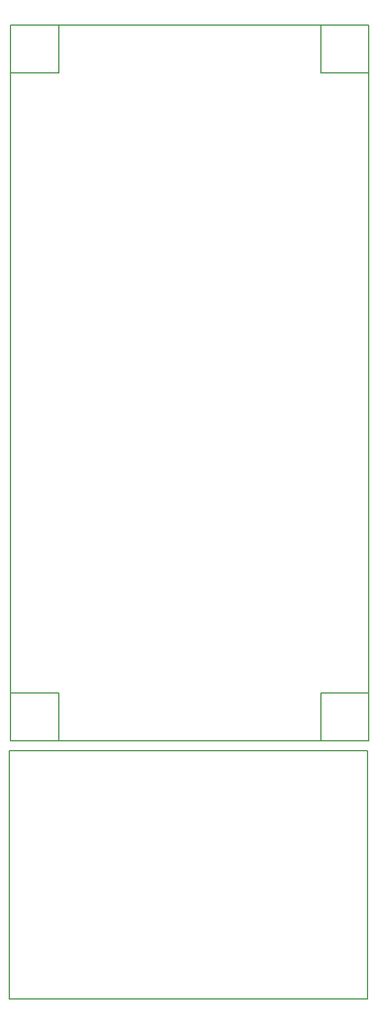
<source format=gbr>
G04 #@! TF.FileFunction,Profile,NP*
%FSLAX46Y46*%
G04 Gerber Fmt 4.6, Leading zero omitted, Abs format (unit mm)*
G04 Created by KiCad (PCBNEW 4.0.7) date 03/28/18 20:32:25*
%MOMM*%
%LPD*%
G01*
G04 APERTURE LIST*
%ADD10C,0.100000*%
%ADD11C,0.150000*%
G04 APERTURE END LIST*
D10*
D11*
X79832200Y-128727200D02*
X79832200Y-128447800D01*
X80340200Y-128727200D02*
X79222600Y-128727200D01*
X124720200Y-130172500D02*
X124364600Y-130172500D01*
X124720200Y-166240500D02*
X124720200Y-130172500D01*
X124339200Y-166240500D02*
X124720200Y-166240500D01*
X72701000Y-130172500D02*
X124517000Y-130172500D01*
X72701000Y-166240500D02*
X72701000Y-130172500D01*
X72701000Y-166240500D02*
X124517000Y-166240500D01*
X117932200Y-121742200D02*
X124917200Y-121742200D01*
X117932200Y-128727200D02*
X117932200Y-121742200D01*
X79832200Y-121742200D02*
X72847200Y-121742200D01*
X79832200Y-128727200D02*
X79832200Y-121742200D01*
X79832200Y-31699200D02*
X72847200Y-31699200D01*
X79832200Y-24714200D02*
X79832200Y-31699200D01*
X117932200Y-31699200D02*
X117932200Y-24714200D01*
X124917200Y-31699200D02*
X117932200Y-31699200D01*
X124917200Y-24714200D02*
X72847200Y-24714200D01*
X124917200Y-128727200D02*
X124917200Y-24714200D01*
X72847200Y-128727200D02*
X124917200Y-128727200D01*
X72847200Y-24714200D02*
X72847200Y-128727200D01*
M02*

</source>
